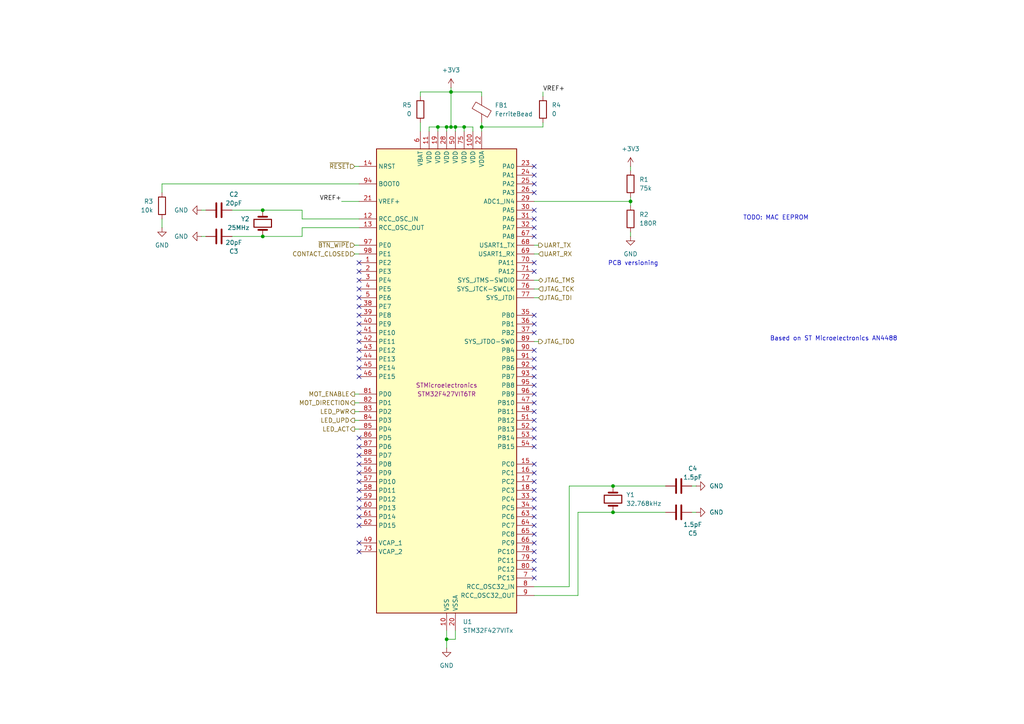
<source format=kicad_sch>
(kicad_sch (version 20250114) (generator "eeschema") (generator_version "9.0")
  (paper "A4")
  (title_block (title "iot-contact"))
  (lib_symbols
    (symbol "Device:C" (pin_numbers (hide yes)) (pin_names (offset 0.254))
      (property "Reference" "C" (at 0.635 2.54 0))
      (property "Value" "C" (at 0.635 -2.54 0))
      (symbol "C_0_1"
        (polyline (pts (xy -2.032 0.762) (xy 2.032 0.762)) (stroke (width 0.508)))
        (polyline (pts (xy -2.032 -0.762) (xy 2.032 -0.762)) (stroke (width 0.508)))
      )
      (symbol "C_1_1"
        (pin passive line (at 0 3.81 270) (length 2.794) (name "~") (number "1"))
        (pin passive line (at 0 -3.81 90) (length 2.794) (name "~") (number "2"))
      )
    )
    (symbol "Device:Crystal" (pin_numbers (hide yes)) (pin_names (offset 1.016) (hide yes))
      (property "Reference" "Y" (at 0 3.81 0))
      (property "Value" "Crystal" (at 0 -3.81 0))
      (symbol "Crystal_0_1"
        (polyline (pts (xy -2.54 0) (xy -1.905 0)))
        (polyline (pts (xy -1.905 -1.27) (xy -1.905 1.27)) (stroke (width 0.508)))
        (rectangle (start -1.143 2.54) (end 1.143 -2.54) (stroke (width 0.3048)))
        (polyline (pts (xy 1.905 -1.27) (xy 1.905 1.27)) (stroke (width 0.508)))
        (polyline (pts (xy 2.54 0) (xy 1.905 0)))
      )
      (symbol "Crystal_1_1"
        (pin passive line (at -3.81 0 0) (length 1.27) (name "1") (number "1"))
        (pin passive line (at 3.81 0 180) (length 1.27) (name "2") (number "2"))
      )
    )
    (symbol "Device:FerriteBead" (pin_numbers (hide yes)) (pin_names (offset 0))
      (property "Reference" "FB" (at -3.81 0.635 90))
      (property "Value" "FerriteBead" (at 3.81 0 90))
      (symbol "FerriteBead_0_1"
        (polyline (pts (xy -2.7686 0.4064) (xy -1.7018 2.2606) (xy 2.7686 -0.3048) (xy 1.6764 -2.159) (xy -2.7686 0.4064)))
        (polyline (pts (xy 0 1.27) (xy 0 1.2954)))
        (polyline (pts (xy 0 -1.27) (xy 0 -1.2192)))
      )
      (symbol "FerriteBead_1_1"
        (pin passive line (at 0 3.81 270) (length 2.54) (name "~") (number "1"))
        (pin passive line (at 0 -3.81 90) (length 2.54) (name "~") (number "2"))
      )
    )
    (symbol "Device:R" (pin_numbers (hide yes)) (pin_names (offset 0))
      (property "Reference" "R" (at 2.032 0 90))
      (property "Value" "R" (at 0 0 90))
      (symbol "R_0_1"
        (rectangle (start -1.016 -2.54) (end 1.016 2.54) (stroke (width 0.254)))
      )
      (symbol "R_1_1"
        (pin passive line (at 0 3.81 270) (length 1.27) (name "~") (number "1"))
        (pin passive line (at 0 -3.81 90) (length 1.27) (name "~") (number "2"))
      )
    )
    (symbol "MCU_ST_STM32F4:STM32F427VITx"
      (property "Reference" "U" (at -20.32 69.85 0))
      (property "Value" "STM32F427VITx" (at 12.7 69.85 0))
      (symbol "STM32F427VITx_0_1"
        (rectangle (start -20.32 -66.04) (end 20.32 68.58) (stroke (width 0.254)) (fill (type background)))
      )
      (symbol "STM32F427VITx_1_1"
        (pin input line (at -25.4 63.5 0) (length 5.08) (name "NRST") (number "14"))
        (pin input line (at -25.4 58.42 0) (length 5.08) (name "BOOT0") (number "94"))
        (pin input line (at -25.4 53.34 0) (length 5.08) (name "VREF+") (number "21"))
        (pin bidirectional line (at -25.4 48.26 0) (length 5.08) (name "PH0") (number "12") (alternate "RCC_OSC_IN" bidirectional line))
        (pin bidirectional line (at -25.4 45.72 0) (length 5.08) (name "PH1") (number "13") (alternate "RCC_OSC_OUT" bidirectional line))
        (pin bidirectional line (at -25.4 40.64 0) (length 5.08) (name "PE0") (number "97"))
        (pin bidirectional line (at -25.4 38.1 0) (length 5.08) (name "PE1") (number "98"))
        (pin bidirectional line (at -25.4 35.56 0) (length 5.08) (name "PE2") (number "1"))
        (pin bidirectional line (at -25.4 33.02 0) (length 5.08) (name "PE3") (number "2"))
        (pin bidirectional line (at -25.4 30.48 0) (length 5.08) (name "PE4") (number "3"))
        (pin bidirectional line (at -25.4 27.94 0) (length 5.08) (name "PE5") (number "4"))
        (pin bidirectional line (at -25.4 25.4 0) (length 5.08) (name "PE6") (number "5"))
        (pin bidirectional line (at -25.4 22.86 0) (length 5.08) (name "PE7") (number "38"))
        (pin bidirectional line (at -25.4 20.32 0) (length 5.08) (name "PE8") (number "39"))
        (pin bidirectional line (at -25.4 17.78 0) (length 5.08) (name "PE9") (number "40"))
        (pin bidirectional line (at -25.4 15.24 0) (length 5.08) (name "PE10") (number "41"))
        (pin bidirectional line (at -25.4 12.7 0) (length 5.08) (name "PE11") (number "42"))
        (pin bidirectional line (at -25.4 10.16 0) (length 5.08) (name "PE12") (number "43"))
        (pin bidirectional line (at -25.4 7.62 0) (length 5.08) (name "PE13") (number "44"))
        (pin bidirectional line (at -25.4 5.08 0) (length 5.08) (name "PE14") (number "45"))
        (pin bidirectional line (at -25.4 2.54 0) (length 5.08) (name "PE15") (number "46"))
        (pin bidirectional line (at -25.4 -2.54 0) (length 5.08) (name "PD0") (number "81"))
        (pin bidirectional line (at -25.4 -5.08 0) (length 5.08) (name "PD1") (number "82"))
        (pin bidirectional line (at -25.4 -7.62 0) (length 5.08) (name "PD2") (number "83"))
        (pin bidirectional line (at -25.4 -10.16 0) (length 5.08) (name "PD3") (number "84"))
        (pin bidirectional line (at -25.4 -12.7 0) (length 5.08) (name "PD4") (number "85"))
        (pin bidirectional line (at -25.4 -15.24 0) (length 5.08) (name "PD5") (number "86"))
        (pin bidirectional line (at -25.4 -17.78 0) (length 5.08) (name "PD6") (number "87"))
        (pin bidirectional line (at -25.4 -20.32 0) (length 5.08) (name "PD7") (number "88"))
        (pin bidirectional line (at -25.4 -22.86 0) (length 5.08) (name "PD8") (number "55"))
        (pin bidirectional line (at -25.4 -25.4 0) (length 5.08) (name "PD9") (number "56"))
        (pin bidirectional line (at -25.4 -27.94 0) (length 5.08) (name "PD10") (number "57"))
        (pin bidirectional line (at -25.4 -30.48 0) (length 5.08) (name "PD11") (number "58"))
        (pin bidirectional line (at -25.4 -33.02 0) (length 5.08) (name "PD12") (number "59"))
        (pin bidirectional line (at -25.4 -35.56 0) (length 5.08) (name "PD13") (number "60"))
        (pin bidirectional line (at -25.4 -38.1 0) (length 5.08) (name "PD14") (number "61"))
        (pin bidirectional line (at -25.4 -40.64 0) (length 5.08) (name "PD15") (number "62"))
        (pin power_out line (at -25.4 -45.72 0) (length 5.08) (name "VCAP_1") (number "49"))
        (pin power_out line (at -25.4 -48.26 0) (length 5.08) (name "VCAP_2") (number "73"))
        (pin power_in line (at -7.62 73.66 270) (length 5.08) (name "VBAT") (number "6"))
        (pin power_in line (at -5.08 73.66 270) (length 5.08) (name "VDD") (number "11"))
        (pin power_in line (at -2.54 73.66 270) (length 5.08) (name "VDD") (number "19"))
        (pin power_in line (at 0 73.66 270) (length 5.08) (name "VDD") (number "28"))
        (pin power_in line (at 0 -71.12 90) (length 5.08) (name "VSS") (number "10"))
        (pin passive line (at 0 -71.12 90) (length 5.08) (hide yes) (name "VSS") (number "27"))
        (pin passive line (at 0 -71.12 90) (length 5.08) (hide yes) (name "VSS") (number "74"))
        (pin passive line (at 0 -71.12 90) (length 5.08) (hide yes) (name "VSS") (number "99"))
        (pin power_in line (at 2.54 73.66 270) (length 5.08) (name "VDD") (number "50"))
        (pin power_in line (at 2.54 -71.12 90) (length 5.08) (name "VSSA") (number "20"))
        (pin power_in line (at 5.08 73.66 270) (length 5.08) (name "VDD") (number "75"))
        (pin power_in line (at 7.62 73.66 270) (length 5.08) (name "VDD") (number "100"))
        (pin power_in line (at 10.16 73.66 270) (length 5.08) (name "VDDA") (number "22"))
        (pin bidirectional line (at 25.4 63.5 180) (length 5.08) (name "PA0") (number "23"))
        (pin bidirectional line (at 25.4 60.96 180) (length 5.08) (name "PA1") (number "24"))
        (pin bidirectional line (at 25.4 58.42 180) (length 5.08) (name "PA2") (number "25"))
        (pin bidirectional line (at 25.4 55.88 180) (length 5.08) (name "PA3") (number "26"))
        (pin bidirectional line (at 25.4 53.34 180) (length 5.08) (name "PA4") (number "29") (alternate "ADC1_IN4" bidirectional line))
        (pin bidirectional line (at 25.4 50.8 180) (length 5.08) (name "PA5") (number "30"))
        (pin bidirectional line (at 25.4 48.26 180) (length 5.08) (name "PA6") (number "31"))
        (pin bidirectional line (at 25.4 45.72 180) (length 5.08) (name "PA7") (number "32"))
        (pin bidirectional line (at 25.4 43.18 180) (length 5.08) (name "PA8") (number "67"))
        (pin bidirectional line (at 25.4 40.64 180) (length 5.08) (name "PA9") (number "68") (alternate "USART1_TX" bidirectional line))
        (pin bidirectional line (at 25.4 38.1 180) (length 5.08) (name "PA10") (number "69") (alternate "USART1_RX" bidirectional line))
        (pin bidirectional line (at 25.4 35.56 180) (length 5.08) (name "PA11") (number "70"))
        (pin bidirectional line (at 25.4 33.02 180) (length 5.08) (name "PA12") (number "71"))
        (pin bidirectional line (at 25.4 30.48 180) (length 5.08) (name "PA13") (number "72") (alternate "SYS_JTMS-SWDIO" bidirectional line))
        (pin bidirectional line (at 25.4 27.94 180) (length 5.08) (name "PA14") (number "76") (alternate "SYS_JTCK-SWCLK" bidirectional line))
        (pin bidirectional line (at 25.4 25.4 180) (length 5.08) (name "PA15") (number "77") (alternate "SYS_JTDI" bidirectional line))
        (pin bidirectional line (at 25.4 20.32 180) (length 5.08) (name "PB0") (number "35"))
        (pin bidirectional line (at 25.4 17.78 180) (length 5.08) (name "PB1") (number "36"))
        (pin bidirectional line (at 25.4 15.24 180) (length 5.08) (name "PB2") (number "37"))
        (pin bidirectional line (at 25.4 12.7 180) (length 5.08) (name "PB3") (number "89") (alternate "SYS_JTDO-SWO" bidirectional line))
        (pin bidirectional line (at 25.4 10.16 180) (length 5.08) (name "PB4") (number "90"))
        (pin bidirectional line (at 25.4 7.62 180) (length 5.08) (name "PB5") (number "91"))
        (pin bidirectional line (at 25.4 5.08 180) (length 5.08) (name "PB6") (number "92") (alternate "USART1_TX" bidirectional line))
        (pin bidirectional line (at 25.4 2.54 180) (length 5.08) (name "PB7") (number "93") (alternate "USART1_RX" bidirectional line))
        (pin bidirectional line (at 25.4 0 180) (length 5.08) (name "PB8") (number "95"))
        (pin bidirectional line (at 25.4 -2.54 180) (length 5.08) (name "PB9") (number "96"))
        (pin bidirectional line (at 25.4 -5.08 180) (length 5.08) (name "PB10") (number "47"))
        (pin bidirectional line (at 25.4 -7.62 180) (length 5.08) (name "PB11") (number "48"))
        (pin bidirectional line (at 25.4 -10.16 180) (length 5.08) (name "PB12") (number "51"))
        (pin bidirectional line (at 25.4 -12.7 180) (length 5.08) (name "PB13") (number "52"))
        (pin bidirectional line (at 25.4 -15.24 180) (length 5.08) (name "PB14") (number "53"))
        (pin bidirectional line (at 25.4 -17.78 180) (length 5.08) (name "PB15") (number "54"))
        (pin bidirectional line (at 25.4 -22.86 180) (length 5.08) (name "PC0") (number "15"))
        (pin bidirectional line (at 25.4 -25.4 180) (length 5.08) (name "PC1") (number "16"))
        (pin bidirectional line (at 25.4 -27.94 180) (length 5.08) (name "PC2") (number "17"))
        (pin bidirectional line (at 25.4 -30.48 180) (length 5.08) (name "PC3") (number "18"))
        (pin bidirectional line (at 25.4 -33.02 180) (length 5.08) (name "PC4") (number "33"))
        (pin bidirectional line (at 25.4 -35.56 180) (length 5.08) (name "PC5") (number "34"))
        (pin bidirectional line (at 25.4 -38.1 180) (length 5.08) (name "PC6") (number "63"))
        (pin bidirectional line (at 25.4 -40.64 180) (length 5.08) (name "PC7") (number "64"))
        (pin bidirectional line (at 25.4 -43.18 180) (length 5.08) (name "PC8") (number "65"))
        (pin bidirectional line (at 25.4 -45.72 180) (length 5.08) (name "PC9") (number "66"))
        (pin bidirectional line (at 25.4 -48.26 180) (length 5.08) (name "PC10") (number "78"))
        (pin bidirectional line (at 25.4 -50.8 180) (length 5.08) (name "PC11") (number "79"))
        (pin bidirectional line (at 25.4 -53.34 180) (length 5.08) (name "PC12") (number "80"))
        (pin bidirectional line (at 25.4 -55.88 180) (length 5.08) (name "PC13") (number "7"))
        (pin bidirectional line (at 25.4 -58.42 180) (length 5.08) (name "PC14") (number "8") (alternate "RCC_OSC32_IN" bidirectional line))
        (pin bidirectional line (at 25.4 -60.96 180) (length 5.08) (name "PC15") (number "9") (alternate "RCC_OSC32_OUT" bidirectional line))
      )
    )
    (symbol "power:+3V3" (power) (pin_numbers (hide yes)) (pin_names (offset 0) (hide yes))
      (property "Value" "+3V3" (at 0 3.556 0))
      (symbol "+3V3_0_1"
        (polyline (pts (xy -0.762 1.27) (xy 0 2.54)))
        (polyline (pts (xy 0 2.54) (xy 0.762 1.27)))
        (polyline (pts (xy 0 0) (xy 0 2.54)))
      )
      (symbol "+3V3_1_1"
        (pin power_in line (at 0 0 90) (length 0) (name "~") (number "1"))
      )
    )
    (symbol "power:GND" (power) (pin_numbers (hide yes)) (pin_names (offset 0) (hide yes))
      (property "Value" "GND" (at 0 -3.81 0))
      (symbol "GND_0_1"
        (polyline (pts (xy 0 0) (xy 0 -1.27) (xy 1.27 -1.27) (xy 0 -2.54) (xy -1.27 -1.27) (xy 0 -1.27)))
      )
      (symbol "GND_1_1"
        (pin power_in line (at 0 0 270) (length 0) (name "~") (number "1"))
      )
    )
  )
  (text "PCB versioning" (at 183.642 76.454 0) (effects (font (size 1.27 1.27))))
  (text "Based on ST Microelectronics AN4488" (at 241.808 98.298 0) (effects (font (size 1.27 1.27))))
  (text "TODO: MAC EEPROM" (at 225.044 63.246 0) (effects (font (size 1.27 1.27))))
  (junction (at 130.81 26.67))
  (junction (at 129.54 185.42))
  (junction (at 132.08 36.83))
  (junction (at 76.2 68.58))
  (junction (at 177.8 140.97))
  (junction (at 139.7 36.83))
  (junction (at 177.8 148.59))
  (junction (at 129.54 36.83))
  (junction (at 130.81 36.83))
  (junction (at 182.88 58.42))
  (junction (at 127 36.83))
  (junction (at 134.62 36.83))
  (junction (at 76.2 60.96))
  (no_connect (at 154.94 149.86))
  (no_connect (at 154.94 147.32))
  (no_connect (at 104.14 88.9))
  (no_connect (at 104.14 152.4))
  (no_connect (at 154.94 114.3))
  (no_connect (at 154.94 109.22))
  (no_connect (at 154.94 142.24))
  (no_connect (at 104.14 160.02))
  (no_connect (at 154.94 167.64))
  (no_connect (at 104.14 149.86))
  (no_connect (at 104.14 132.08))
  (no_connect (at 154.94 144.78))
  (no_connect (at 104.14 142.24))
  (no_connect (at 154.94 139.7))
  (no_connect (at 154.94 127))
  (no_connect (at 104.14 101.6))
  (no_connect (at 154.94 76.2))
  (no_connect (at 154.94 96.52))
  (no_connect (at 154.94 119.38))
  (no_connect (at 104.14 91.44))
  (no_connect (at 154.94 129.54))
  (no_connect (at 104.14 144.78))
  (no_connect (at 154.94 55.88))
  (no_connect (at 104.14 137.16))
  (no_connect (at 104.14 81.28))
  (no_connect (at 104.14 139.7))
  (no_connect (at 104.14 109.22))
  (no_connect (at 154.94 78.74))
  (no_connect (at 154.94 66.04))
  (no_connect (at 154.94 91.44))
  (no_connect (at 104.14 134.62))
  (no_connect (at 154.94 134.62))
  (no_connect (at 104.14 76.2))
  (no_connect (at 104.14 157.48))
  (no_connect (at 154.94 106.68))
  (no_connect (at 154.94 162.56))
  (no_connect (at 104.14 93.98))
  (no_connect (at 154.94 157.48))
  (no_connect (at 154.94 93.98))
  (no_connect (at 154.94 60.96))
  (no_connect (at 154.94 104.14))
  (no_connect (at 154.94 101.6))
  (no_connect (at 154.94 124.46))
  (no_connect (at 154.94 121.92))
  (no_connect (at 104.14 147.32))
  (no_connect (at 154.94 50.8))
  (no_connect (at 154.94 63.5))
  (no_connect (at 104.14 86.36))
  (no_connect (at 104.14 83.82))
  (no_connect (at 104.14 104.14))
  (no_connect (at 154.94 160.02))
  (no_connect (at 154.94 68.58))
  (no_connect (at 154.94 154.94))
  (no_connect (at 154.94 48.26))
  (no_connect (at 154.94 111.76))
  (no_connect (at 154.94 137.16))
  (no_connect (at 154.94 165.1))
  (no_connect (at 104.14 127))
  (no_connect (at 104.14 129.54))
  (no_connect (at 104.14 78.74))
  (no_connect (at 104.14 106.68))
  (no_connect (at 104.14 96.52))
  (no_connect (at 154.94 152.4))
  (no_connect (at 154.94 116.84))
  (no_connect (at 154.94 53.34))
  (no_connect (at 104.14 99.06))
  (wire (pts (xy 134.62 38.1) (xy 134.62 36.83)))
  (wire (pts (xy 46.99 63.5) (xy 46.99 66.04)))
  (wire (pts (xy 127 36.83) (xy 127 38.1)))
  (wire (pts (xy 137.16 36.83) (xy 134.62 36.83)))
  (wire (pts (xy 132.08 182.88) (xy 132.08 185.42)))
  (wire (pts (xy 167.64 148.59) (xy 167.64 172.72)))
  (wire (pts (xy 167.64 172.72) (xy 154.94 172.72)))
  (wire (pts (xy 157.48 36.83) (xy 139.7 36.83)))
  (wire (pts (xy 165.1 170.18) (xy 165.1 140.97)))
  (wire (pts (xy 58.42 68.58) (xy 59.69 68.58)))
  (wire (pts (xy 137.16 38.1) (xy 137.16 36.83)))
  (wire (pts (xy 182.88 57.15) (xy 182.88 58.42)))
  (wire (pts (xy 154.94 99.06) (xy 156.21 99.06)))
  (wire (pts (xy 182.88 67.31) (xy 182.88 68.58)))
  (wire (pts (xy 154.94 58.42) (xy 182.88 58.42)))
  (wire (pts (xy 87.63 68.58) (xy 76.2 68.58)))
  (wire (pts (xy 200.66 148.59) (xy 201.93 148.59)))
  (wire (pts (xy 99.06 58.42) (xy 104.14 58.42)))
  (wire (pts (xy 154.94 73.66) (xy 156.21 73.66)))
  (wire (pts (xy 87.63 66.04) (xy 87.63 68.58)))
  (wire (pts (xy 139.7 36.83) (xy 139.7 38.1)))
  (wire (pts (xy 177.8 140.97) (xy 193.04 140.97)))
  (wire (pts (xy 130.81 26.67) (xy 130.81 25.4)))
  (wire (pts (xy 129.54 38.1) (xy 129.54 36.83)))
  (wire (pts (xy 102.87 48.26) (xy 104.14 48.26)))
  (wire (pts (xy 124.46 36.83) (xy 124.46 38.1)))
  (wire (pts (xy 67.31 68.58) (xy 76.2 68.58)))
  (wire (pts (xy 58.42 60.96) (xy 59.69 60.96)))
  (wire (pts (xy 104.14 66.04) (xy 87.63 66.04)))
  (wire (pts (xy 139.7 27.94) (xy 139.7 26.67)))
  (wire (pts (xy 102.87 73.66) (xy 104.14 73.66)))
  (wire (pts (xy 157.48 26.67) (xy 157.48 27.94)))
  (wire (pts (xy 129.54 36.83) (xy 130.81 36.83)))
  (wire (pts (xy 130.81 36.83) (xy 132.08 36.83)))
  (wire (pts (xy 139.7 35.56) (xy 139.7 36.83)))
  (wire (pts (xy 132.08 36.83) (xy 132.08 38.1)))
  (wire (pts (xy 182.88 48.26) (xy 182.88 49.53)))
  (wire (pts (xy 154.94 170.18) (xy 165.1 170.18)))
  (wire (pts (xy 157.48 35.56) (xy 157.48 36.83)))
  (wire (pts (xy 154.94 86.36) (xy 156.21 86.36)))
  (wire (pts (xy 127 36.83) (xy 124.46 36.83)))
  (wire (pts (xy 102.87 121.92) (xy 104.14 121.92)))
  (wire (pts (xy 154.94 81.28) (xy 156.21 81.28)))
  (wire (pts (xy 67.31 60.96) (xy 76.2 60.96)))
  (wire (pts (xy 102.87 124.46) (xy 104.14 124.46)))
  (wire (pts (xy 134.62 36.83) (xy 132.08 36.83)))
  (wire (pts (xy 200.66 140.97) (xy 201.93 140.97)))
  (wire (pts (xy 102.87 114.3) (xy 104.14 114.3)))
  (wire (pts (xy 121.92 27.94) (xy 121.92 26.67)))
  (wire (pts (xy 139.7 26.67) (xy 130.81 26.67)))
  (wire (pts (xy 46.99 55.88) (xy 46.99 53.34)))
  (wire (pts (xy 182.88 58.42) (xy 182.88 59.69)))
  (wire (pts (xy 121.92 26.67) (xy 130.81 26.67)))
  (wire (pts (xy 104.14 63.5) (xy 87.63 63.5)))
  (wire (pts (xy 165.1 140.97) (xy 177.8 140.97)))
  (wire (pts (xy 46.99 53.34) (xy 104.14 53.34)))
  (wire (pts (xy 129.54 185.42) (xy 129.54 187.96)))
  (wire (pts (xy 129.54 182.88) (xy 129.54 185.42)))
  (wire (pts (xy 87.63 63.5) (xy 87.63 60.96)))
  (wire (pts (xy 177.8 148.59) (xy 193.04 148.59)))
  (wire (pts (xy 130.81 36.83) (xy 130.81 26.67)))
  (wire (pts (xy 154.94 83.82) (xy 156.21 83.82)))
  (wire (pts (xy 102.87 71.12) (xy 104.14 71.12)))
  (wire (pts (xy 154.94 71.12) (xy 156.21 71.12)))
  (wire (pts (xy 121.92 35.56) (xy 121.92 38.1)))
  (wire (pts (xy 87.63 60.96) (xy 76.2 60.96)))
  (wire (pts (xy 129.54 36.83) (xy 127 36.83)))
  (wire (pts (xy 177.8 148.59) (xy 167.64 148.59)))
  (wire (pts (xy 102.87 116.84) (xy 104.14 116.84)))
  (wire (pts (xy 132.08 185.42) (xy 129.54 185.42)))
  (wire (pts (xy 102.87 119.38) (xy 104.14 119.38)))
  (label "VREF+" (at 157.48 26.67 0))
  (label "VREF+" (at 99.06 58.42 180))
  (hierarchical_label "~{RESET}" (shape input) (at 102.87 48.26 180))
  (hierarchical_label "MOT_ENABLE" (shape output) (at 102.87 114.3 180))
  (hierarchical_label "UART_TX" (shape output) (at 156.21 71.12 0))
  (hierarchical_label "LED_UPD" (shape output) (at 102.87 121.92 180))
  (hierarchical_label "JTAG_TMS" (shape bidirectional) (at 156.21 81.28 0))
  (hierarchical_label "~{BTN_WIPE}" (shape input) (at 102.87 71.12 180))
  (hierarchical_label "JTAG_TDI" (shape input) (at 156.21 86.36 0))
  (hierarchical_label "LED_PWR" (shape output) (at 102.87 119.38 180))
  (hierarchical_label "LED_ACT" (shape output) (at 102.87 124.46 180))
  (hierarchical_label "MOT_DIRECTION" (shape output) (at 102.87 116.84 180))
  (hierarchical_label "JTAG_TCK" (shape input) (at 156.21 83.82 0))
  (hierarchical_label "JTAG_TDO" (shape output) (at 156.21 99.06 0))
  (hierarchical_label "UART_RX" (shape input) (at 156.21 73.66 0))
  (hierarchical_label "CONTACT_CLOSED" (shape input) (at 102.87 73.66 180))
  (symbol (lib_id "Device:C") (at 63.5 60.96 90) (unit 1)
    (property "Reference" "C2" (at 67.818 56.388 90))
    (property "Value" "20pF" (at 67.818 58.928 90))
    (property "Description" "Unpolarized capacitor" (effects (hide yes)))
  )
  (symbol (lib_id "Device:R") (at 182.88 63.5 0) (unit 1)
    (property "Reference" "R2" (at 185.42 62.2299 0) (effects (justify left)))
    (property "Value" "180R" (at 185.42 64.7699 0) (effects (justify left)))
    (property "Description" "Resistor" (effects (hide yes)))
  )
  (symbol (lib_id "Device:R") (at 46.99 59.69 0) (mirror y) (unit 1)
    (property "Reference" "R3" (at 44.45 58.4199 0) (effects (justify left)))
    (property "Value" "10k" (at 44.45 60.9599 0) (effects (justify left)))
    (property "Description" "Resistor" (effects (hide yes)))
  )
  (symbol (lib_id "power:GND") (at 58.42 68.58 270) (unit 1)
    (property "Reference" "#PWR016" (effects (hide yes)))
    (property "Value" "GND" (at 54.61 68.5799 90) (effects (justify right)))
    (property "Description" "Power symbol creates a global label with name \"GND\" , ground" (effects (hide yes)))
  )
  (symbol (lib_id "Device:R") (at 182.88 53.34 0) (unit 1)
    (property "Reference" "R1" (at 185.42 52.0699 0) (effects (justify left)))
    (property "Value" "75k" (at 185.42 54.6099 0) (effects (justify left)))
    (property "Description" "Resistor" (effects (hide yes)))
  )
  (symbol (lib_id "power:+3V3") (at 130.81 25.4 0) (unit 1)
    (property "Reference" "#PWR012" (effects (hide yes)))
    (property "Value" "+3V3" (at 130.81 20.32 0))
    (property "Description" "Power symbol creates a global label with name \"+3V3\"" (effects (hide yes)))
  )
  (symbol (lib_id "MCU_ST_STM32F4:STM32F427VITx") (at 129.54 111.76 0) (unit 1)
    (property "Reference" "U1" (at 134.2233 180.34 0) (effects (justify left)))
    (property "Value" "STM32F427VITx" (at 134.2233 182.88 0) (effects (justify left)))
    (property "Footprint" "Package_QFP:LQFP-100_14x14mm_P0.5mm" (effects (hide yes)))
    (property "Datasheet" "https://www.st.com/resource/en/datasheet/stm32f427vi.pdf" (effects (hide yes)))
    (property "Description" "STMicroelectronics Arm Cortex-M4 MCU, 2048KB flash, 256KB RAM, 180 MHz, 1.8-3.6V, 82 GPIO, LQFP100" (effects (hide yes)))
    (property "MPN" "STM32F427VIT6TR" (at 129.54 114.3 0))
    (property "Manufacturer" "STMicroelectronics" (at 129.54 111.76 0))
    (pin "9" (alternate "RCC_OSC32_OUT"))
    (pin "8" (alternate "RCC_OSC32_IN"))
    (pin "76" (alternate "SYS_JTCK-SWCLK"))
    (pin "77" (alternate "SYS_JTDI"))
    (pin "68" (alternate "USART1_TX"))
    (pin "72" (alternate "SYS_JTMS-SWDIO"))
    (pin "69" (alternate "USART1_RX"))
    (pin "12" (alternate "RCC_OSC_IN"))
    (pin "13" (alternate "RCC_OSC_OUT"))
    (pin "89" (alternate "SYS_JTDO-SWO"))
    (pin "29" (alternate "ADC1_IN4"))
  )
  (symbol (lib_id "Device:C") (at 196.85 140.97 90) (unit 1)
    (property "Reference" "C4" (at 200.914 135.89 90))
    (property "Value" "1.5pF" (at 200.914 138.43 90))
    (property "Description" "Unpolarized capacitor" (effects (hide yes)))
  )
  (symbol (lib_id "power:GND") (at 58.42 60.96 270) (unit 1)
    (property "Reference" "#PWR015" (effects (hide yes)))
    (property "Value" "GND" (at 54.61 60.9599 90) (effects (justify right)))
    (property "Description" "Power symbol creates a global label with name \"GND\" , ground" (effects (hide yes)))
  )
  (symbol (lib_id "Device:Crystal") (at 177.8 144.78 90) (unit 1)
    (property "Reference" "Y1" (at 181.61 143.5099 90) (effects (justify right)))
    (property "Value" "32.768kHz" (at 181.61 146.0499 90) (effects (justify right)))
    (property "Description" "Two pin crystal" (effects (hide yes)))
  )
  (symbol (lib_id "power:GND") (at 46.99 66.04 0) (unit 1)
    (property "Reference" "#PWR014" (effects (hide yes)))
    (property "Value" "GND" (at 46.99 71.12 0))
    (property "Description" "Power symbol creates a global label with name \"GND\" , ground" (effects (hide yes)))
  )
  (symbol (lib_id "Device:R") (at 121.92 31.75 0) (mirror y) (unit 1)
    (property "Reference" "R5" (at 119.38 30.4799 0) (effects (justify left)))
    (property "Value" "0" (at 119.38 33.0199 0) (effects (justify left)))
    (property "Description" "Resistor" (effects (hide yes)))
  )
  (symbol (lib_id "power:+3V3") (at 182.88 48.26 0) (unit 1)
    (property "Reference" "#PWR09" (effects (hide yes)))
    (property "Value" "+3V3" (at 182.88 43.18 0))
    (property "Description" "Power symbol creates a global label with name \"+3V3\"" (effects (hide yes)))
  )
  (symbol (lib_id "Device:C") (at 196.85 148.59 90) (mirror x) (unit 1)
    (property "Reference" "C5" (at 200.914 154.686 90))
    (property "Value" "1.5pF" (at 200.914 152.146 90))
    (property "Description" "Unpolarized capacitor" (effects (hide yes)))
  )
  (symbol (lib_id "Device:C") (at 63.5 68.58 90) (mirror x) (unit 1)
    (property "Reference" "C3" (at 67.818 72.898 90))
    (property "Value" "20pF" (at 67.818 70.358 90))
    (property "Description" "Unpolarized capacitor" (effects (hide yes)))
  )
  (symbol (lib_id "Device:FerriteBead") (at 139.7 31.75 180) (unit 1)
    (property "Reference" "FB1" (at 143.51 30.5307 0) (effects (justify right)))
    (property "Value" "FerriteBead" (at 143.51 33.0707 0) (effects (justify right)))
    (property "Description" "Ferrite bead" (effects (hide yes)))
  )
  (symbol (lib_id "Device:Crystal") (at 76.2 64.77 270) (mirror x) (unit 1)
    (property "Reference" "Y2" (at 72.39 63.4999 90) (effects (justify right)))
    (property "Value" "25MHz" (at 72.39 66.0399 90) (effects (justify right)))
    (property "Description" "Two pin crystal" (effects (hide yes)))
  )
  (symbol (lib_id "power:GND") (at 182.88 68.58 0) (unit 1)
    (property "Reference" "#PWR010" (effects (hide yes)))
    (property "Value" "GND" (at 182.88 73.66 0))
    (property "Description" "Power symbol creates a global label with name \"GND\" , ground" (effects (hide yes)))
  )
  (symbol (lib_id "power:GND") (at 201.93 148.59 90) (unit 1)
    (property "Reference" "#PWR017" (effects (hide yes)))
    (property "Value" "GND" (at 205.74 148.5899 90) (effects (justify right)))
    (property "Description" "Power symbol creates a global label with name \"GND\" , ground" (effects (hide yes)))
  )
  (symbol (lib_id "power:GND") (at 129.54 187.96 0) (unit 1)
    (property "Reference" "#PWR011" (effects (hide yes)))
    (property "Value" "GND" (at 129.54 193.04 0))
    (property "Description" "Power symbol creates a global label with name \"GND\" , ground" (effects (hide yes)))
  )
  (symbol (lib_id "power:GND") (at 201.93 140.97 90) (unit 1)
    (property "Reference" "#PWR018" (effects (hide yes)))
    (property "Value" "GND" (at 205.74 140.9699 90) (effects (justify right)))
    (property "Description" "Power symbol creates a global label with name \"GND\" , ground" (effects (hide yes)))
  )
  (symbol (lib_id "Device:R") (at 157.48 31.75 0) (unit 1)
    (property "Reference" "R4" (at 160.02 30.4799 0) (effects (justify left)))
    (property "Value" "0" (at 160.02 33.0199 0) (effects (justify left)))
    (property "Description" "Resistor" (effects (hide yes)))
  )
)
</source>
